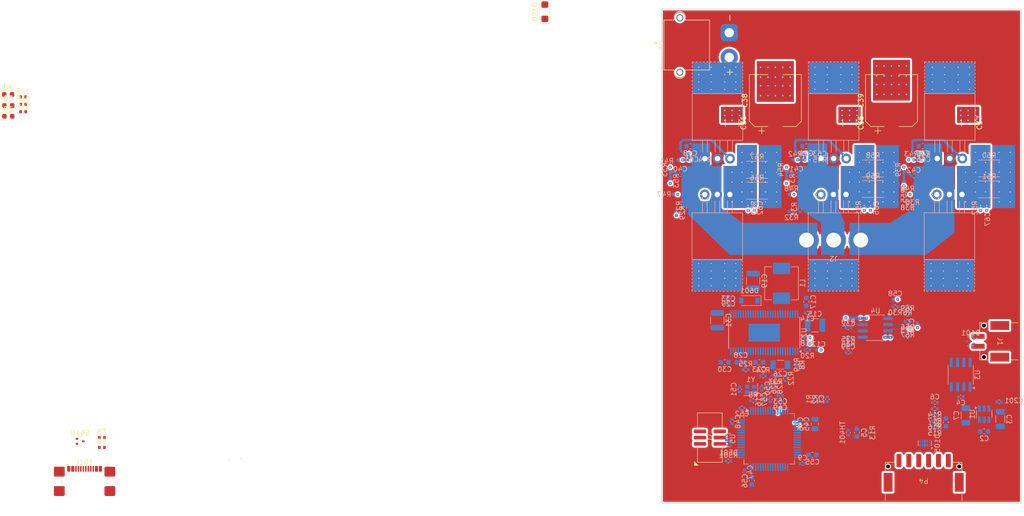
<source format=kicad_pcb>
(kicad_pcb (version 20241229) (generator "pcbnew") (generator_version "9.0")
  (layers (0 "F.Cu" mixed) (4 "In1.Cu" power) (6 "In2.Cu" mixed) (8 "In3.Cu" mixed) (10 "In4.Cu" power) (2 "B.Cu" signal) (13 "F.Paste" user) (15 "B.Paste" user) (5 "F.SilkS" user "F.Silkscreen") (7 "B.SilkS" user "B.Silkscreen") (1 "F.Mask" user) (3 "B.Mask" user) (25 "Edge.Cuts" user))
  (net 0 "")
  (net 1 "/MCU/AN_IN")
  (net 2 "Net-(U1-CP+)")
  (net 3 "Net-(U1-CP-)")
  (net 4 "VCC")
  (net 5 "Net-(U1-VOUT)")
  (net 6 "/MCU/ADC_TEMP")
  (net 7 "/Filters/TEMP_IN")
  (net 8 "Net-(C12-Pad2)")
  (net 9 "Net-(U2-COMP)")
  (net 10 "Net-(U2-SS_TR)")
  (net 11 "V_SUPPLY")
  (net 12 "/MCU/BR_SO1")
  (net 13 "Net-(U2-BST_BK)")
  (net 14 "Net-(D601-K)")
  (net 15 "Net-(U2-BST_A)")
  (net 16 "/Mosfet driver/H1_VS")
  (net 17 "Net-(U2-CP2)")
  (net 18 "Net-(U2-CP1)")
  (net 19 "/Mosfet driver/H2_VS")
  (net 20 "Net-(U2-BST_B)")
  (net 21 "Net-(U2-GVDD)")
  (net 22 "Net-(U2-BST_C)")
  (net 23 "/Mosfet driver/H3_VS")
  (net 24 "Net-(U2-DVDD)")
  (net 25 "GND")
  (net 26 "SNA")
  (net 27 "Net-(U2-AVDD)")
  (net 28 "SNB")
  (net 29 "SNC")
  (net 30 "Net-(C40-Pad2)")
  (net 31 "Net-(C41-Pad2)")
  (net 32 "Net-(C42-Pad2)")
  (net 33 "Net-(U5-PH0-OSC_IN)")
  (net 34 "Net-(U5-PH1-OSC_OUT)")
  (net 35 "NRST")
  (net 36 "Net-(U5-VCAP1)")
  (net 37 "Net-(U5-VCAP2)")
  (net 38 "/MCU/BR_SO2")
  (net 39 "/MCU/BR_SO3")
  (net 40 "Net-(Q1-G)")
  (net 41 "Net-(Q4-G)")
  (net 42 "Net-(Q2-G)")
  (net 43 "Net-(Q5-G)")
  (net 44 "Net-(Q3-G)")
  (net 45 "Net-(Q6-G)")
  (net 46 "Net-(D3-A)")
  (net 47 "Net-(D4-A)")
  (net 48 "Net-(D5-A)")
  (net 49 "/CAN bus transceiver/CANL")
  (net 50 "/CAN bus transceiver/CANH")
  (net 51 "Net-(D102-Pad2)")
  (net 52 "Net-(D102-Pad1)")
  (net 53 "/Filters/HALL2_IN")
  (net 54 "/HALL3")
  (net 55 "/Filters/HALL1_IN")
  (net 56 "SWDIO")
  (net 57 "SWCLK")
  (net 58 "PB3")
  (net 67 "/MCU/USB_DM")
  (net 68 "/MCU/USB_DP")
  (net 69 "Net-(R6-Pad2)")
  (net 70 "Net-(R30-Pad2)")
  (net 71 "Net-(U2-VSENSE)")
  (net 72 "/MCU/LED_RED")
  (net 73 "/MCU/LED_GREEN")
  (net 74 "Net-(U2-RT_CLK)")
  (net 75 "/MCU/FAULT")
  (net 76 "Net-(U2-DTC)")
  (net 77 "/MCU/SDO")
  (net 78 "/MCU/EN_GATE")
  (net 79 "Net-(U2-S01)")
  (net 80 "/MCU/SENS1")
  (net 81 "Net-(U2-S02)")
  (net 82 "/MCU/SENS2")
  (net 83 "/MCU/SENS3")
  (net 84 "/Mosfet driver/GH_A")
  (net 85 "/Mosfet driver/GH_B")
  (net 86 "/Mosfet driver/GH_C")
  (net 87 "/Mosfet driver/GL_A")
  (net 88 "/Mosfet driver/GL_B")
  (net 89 "/Mosfet driver/GL_C")
  (net 90 "Net-(R70-Pad2)")
  (net 91 "/MCU/H3")
  (net 93 "/MCU/L2")
  (net 94 "/MCU/L3")
  (net 96 "/MCU/SLCK")
  (net 97 "/MCU/H2")
  (net 98 "/MCU/L1")
  (net 99 "/MCU/H1")
  (net 101 "/MCU/SDI")
  (net 103 "/MCU/CS")
  (net 104 "/CAN bus transceiver/CAN_RX")
  (net 105 "/CAN bus transceiver/CAN_TX")
  (net 106 "PC5")
  (net 107 "/MCU/TX_SCL_MOSI")
  (net 108 "PC13")
  (net 109 "PB4")
  (net 110 "/MCU/RX_SDA_NSS")
  (net 111 "PB2")
  (net 112 "PC14")
  (net 113 "/MCU/SCK_ADC_EXT")
  (net 114 "/MCU/SERVO")
  (net 115 "/MCU/MISO_ADC_EXT2")
  (net 116 "PD2")
  (net 117 "PC15")
  (net 118 "PB12")
  (net 119 "PA15")
  (net 120 "Net-(U4B-+)")
  (net 121 "Net-(U4A--)")
  (net 122 "Net-(U4A-+)")
  (net 123 "Net-(U4B--)")
  (net 124 "Net-(C50-Pad1)")
  (footprint "Bluesat:M2.5" (layer "F.Cu") (at 21.055 141.995)
    (property "Reference" "H13")
    (property "Value" "MountingHole")
  )
  (footprint "Bluesat:M2.5" (layer "F.Cu") (at 13.5 138.295)
    (property "Reference" "H1")
    (property "Value" "MountingHole")
  )
  (footprint "Bluesat:M2.5" (layer "F.Cu") (at 17.355 141.995)
    (property "Reference" "H6")
    (property "Value" "MountingHole")
  )
  (footprint "Resistor_SMD:R_0402_1005Metric" (layer "F.Cu") (at -21.925 67.75)
    (property "Reference" "R11")
    (property "Value" "470R")
  )
  (footprint "Bluesat:SM06B-PASS" (layer "F.Cu") (at 160.25 150 180)
    (property "Reference" "P4")
    (property "Value" "HALL/Encoder")
  )
  (footprint "Connector_AMASS:AMASS_XT30PW-M_1x02_P2.50mm_Horizontal" (layer "F.Cu") (at 120.925 54.75 90)
    (property "Reference" "J3")
    (property "Value" "Conn_01x02")
  )
  (footprint "LED_SMD:LED_0603_1608Metric" (layer "F.Cu") (at -24.925 69.5)
    (property "Reference" "D3")
    (property "Value" "RED")
  )
  (footprint "Capacitor_SMD:C_1210_3225Metric" (layer "F.Cu") (at 169.25 73 -90)
    (property "Reference" "C37")
    (property "Value" "4u7")
  )
  (footprint "LED_SMD:LED_0603_1608Metric" (layer "F.Cu") (at -24.9625 67.25)
    (property "Reference" "D4")
    (property "Value" "GRN")
  )
  (footprint "Resistor_SMD:R_0402_1005Metric" (layer "F.Cu") (at -21.925 69.25)
    (property "Reference" "R10")
    (property "Value" "470R")
  )
  (footprint "Resistor_SMD:R_0402_1005Metric" (layer "F.Cu") (at -21.925 70.75)
    (property "Reference" "R12")
    (property "Value" "2k2")
  )
  (footprint "Capacitor_SMD:CP_Elec_10x10" (layer "F.Cu") (at 130.25 68.5 90)
    (property "Reference" "C38")
    (property "Value" "270u")
  )
  (footprint "Resistor_SMD:R_0402_1005Metric" (layer "F.Cu") (at -6 136.75)
    (property "Reference" "R3")
    (property "Value" "22R")
  )
  (footprint "Bluesat:M2.5" (layer "F.Cu") (at 21.055 138.295)
    (property "Reference" "H8")
    (property "Value" "MountingHole")
  )
  (footprint "Capacitor_SMD:CP_Elec_10x10" (layer "F.Cu") (at 153.75 68.5 90)
    (property "Reference" "C39")
    (property "Value" "270u")
  )
  (footprint "Capacitor_SMD:C_1210_3225Metric" (layer "F.Cu") (at 121.5 73 -90)
    (property "Reference" "C36")
    (property "Value" "4u7")
  )
  (footprint "Bluesat:IDC6" (layer "F.Cu") (at 117 136.75 90)
    (property "Reference" "J7")
    (property "Value" "Conn_02x03_Odd_Even")
  )
  (footprint "LED_SMD:LED_0603_1608Metric" (layer "F.Cu") (at -24.925 71.68)
    (property "Reference" "D5")
    (property "Value" "BLU")
  )
  (footprint "Diode_SMD:D_SMF" (layer "F.Cu") (at 83.617 50.506 90)
    (property "Reference" "D210")
    (property "Value" "30V")
  )
  (footprint "Bluesat:MR60-F-TopMount" (layer "F.Cu") (at 142.0425 96.75 180)
    (property "Reference" "J2")
    (property "Value" "Conn_01x03")
  )
  (footprint "Capacitor_SMD:C_1210_3225Metric" (layer "F.Cu") (at 145.25 73 -90)
    (property "Reference" "C35")
    (property "Value" "4u7")
  )
  (footprint "Bluesat:M2.5" (layer "F.Cu") (at 13.655 141.995)
    (property "Reference" "H2")
    (property "Value" "MountingHole")
  )
  (footprint "Connector_USB:USB_C_Receptacle_GCT_USB4110" (layer "F.Cu") (at -9.5 146.75)
    (property "Reference" "J101")
    (property "Value" "USB_C_Receptacle_USB2.0_16P")
  )
  (footprint "Resistor_SMD:R_0402_1005Metric" (layer "F.Cu") (at -6 138.74)
    (property "Reference" "R4")
    (property "Value" "22R")
  )
  (footprint "Bluesat:M2.5" (layer "F.Cu") (at 17.355 138.295)
    (property "Reference" "H5")
    (property "Value" "MountingHole")
  )
  (footprint "Package_TO_SOT_SMD:SOT-523" (layer "F.Cu") (at -10.395 137.5)
    (property "Reference" "D102")
    (property "Value" "5V")
  )
  (footprint "Bluesat:SM02B-PASS" (layer "F.Cu") (at 179.85 117.25 -90)
    (property "Reference" "J1")
    (property "Value" "Conn_01x02")
  )
  (footprint "Capacitor_SMD:C_0402_1005Metric" (layer "B.Cu") (at 160.25 79.25)
    (property "Reference" "C66")
    (property "Value" "1n")
  )
  (footprint "Resistor_SMD:R_0402_1005Metric" (layer "B.Cu") (at 158 90.25 180)
    (property "Reference" "R36")
    (property "Value" "47k")
  )
  (footprint "Resistor_SMD:R_0402_1005Metric" (layer "B.Cu") (at 133.5 87.5 180)
    (property "Reference" "R48")
    (property "Value" "10R")
  )
  (footprint "Bluesat:TO-220-3-heatsink-pad-tabdown" (layer "B.Cu") (at 170.5675 101.65 180)
    (property "Reference" "Q6" (hide yes))
    (property "Value" "NCEP60T20" (hide yes))
  )
  (footprint "Capacitor_SMD:C_0402_1005Metric" (layer "B.Cu") (at 113.2925 79.25)
    (property "Reference" "C61")
    (property "Value" "1n")
  )
  (footprint "Resistor_SMD:R_2512_6332Metric" (layer "B.Cu") (at 173.5 82.25 180)
    (property "Reference" "R60")
    (property "Value" "1m")
  )
  (footprint "Package_SO:HTSSOP-56-1EP_6.1x14mm_P0.5mm_EP3.61x6.35mm" (layer "B.Cu") (at 128 115.5 90)
    (property "Reference" "U2")
    (property "Value" "DRV8301")
  )
  (footprint "Resistor_SMD:R_0402_1005Metric" (layer "B.Cu") (at 130.25 124.25)
    (property "Reference" "R23")
    (property "Value" "10k")
  )
  (footprint "Resistor_SMD:R_0402_1005Metric" (layer "B.Cu") (at 157 87.5 180)
    (property "Reference" "R49")
    (property "Value" "10R")
  )
  (footprint "Resistor_SMD:R_0402_1005Metric" (layer "B.Cu") (at 162.5 133.4)
    (property "Reference" "R16")
    (property "Value" "2k2")
  )
  (footprint "Bluesat:TO-220-3-heatsink-pad-tabdown" (layer "B.Cu") (at 136.9325 66.1)
    (property "Reference" "Q2" (hide yes))
    (property "Value" "NCEP60T20" (hide yes))
  )
  (footprint "Resistor_SMD:R_0402_1005Metric" (layer "B.Cu") (at 157 110.25)
    (property "Reference" "R6")
    (property "Value" "10k")
  )
  (footprint "Package_SO:SOIC-8_3.9x4.9mm_P1.27mm" (layer "B.Cu") (at 167.75 124 90)
    (property "Reference" "U3")
    (property "Value" "TCAN1462V")
  )
  (footprint "Resistor_SMD:R_0402_1005Metric" (layer "B.Cu") (at 134.25 80.5 180)
    (property "Reference" "R42")
    (property "Value" "10R")
  )
  (footprint "Resistor_SMD:R_0402_1005Metric" (layer "B.Cu") (at 162.5 134.65)
    (property "Reference" "R15")
    (property "Value" "2k2")
  )
  (footprint "Capacitor_SMD:C_0402_1005Metric" (layer "B.Cu") (at 139 119 180)
    (property "Reference" "C12")
    (property "Value" "10n")
  )
  (footprint "Capacitor_SMD:C_0402_1005Metric" (layer "B.Cu") (at 145 119.5 180)
    (property "Reference" "C59")
    (property "Value" "100n")
  )
  (footprint "Crystal:Crystal_SMD_2016-4Pin_2.0x1.6mm" (layer "B.Cu") (at 125.25 127 180)
    (property "Reference" "Y1")
    (property "Value" "Crystal_GND24_Small")
  )
  (footprint "Capacitor_SMD:C_0402_1005Metric" (layer "B.Cu") (at 131.25 128.25)
    (property "Reference" "C53")
    (property "Value" "220n")
  )
  (footprint "Capacitor_SMD:C_0603_1608Metric" (layer "B.Cu") (at 146.75 135.75 90)
    (property "Reference" "C5")
    (property "Value" "2u2")
  )
  (footprint "Resistor_SMD:R_0402_1005Metric" (layer "B.Cu") (at 111.940868 90.25 -90)
    (property "Reference" "R27")
    (property "Value" "47k")
  )
  (footprint "Inductor_SMD:L_Changjiang_FXL0630" (layer "B.Cu") (at 131.5 105.5 90)
    (property "Reference" "L1")
    (property "Value" "47u")
  )
  (footprint "Resistor_SMD:R_0402_1005Metric" (layer "B.Cu") (at 109 82.51 -90)
    (property "Reference" "R33")
    (property "Value" "10R")
  )
  (footprint "Package_DFN_QFN:Diodes_UDFN-10_1.0x2.5mm_P0.5mm" (layer "B.Cu") (at 160.5 137.9 90)
    (property "Reference" "D105")
    (property "Value" "3V3")
  )
  (footprint "Resistor_SMD:R_0402_1005Metric" (layer "B.Cu") (at 135.25 90.5 -90)
    (property "Reference" "R31")
    (property "Value" "47k")
  )
  (footprint "Resistor_SMD:R_2512_6332Metric" (layer "B.Cu") (at 173.5 86.5 180)
    (property "Reference" "R61")
    (property "Value" "1m")
  )
  (footprint "Capacitor_SMD:C_1210_3225Metric" (layer "B.Cu") (at 125.75 105 90)
    (property "Reference" "C19")
    (property "Value" "22u")
  )
  (footprint "Resistor_SMD:R_0402_1005Metric" (layer "B.Cu") (at 145 116.5)
    (property "Reference" "R34")
    (property "Value" "10k")
  )
  (footprint "Capacitor_SMD:C_0402_1005Metric" (layer "B.Cu") (at 175.5 129.5)
    (property "Reference" "C201")
    (property "Value" "220n")
  )
  (footprint "Capacitor_SMD:C_0402_1005Metric" (layer "B.Cu") (at 127.5 126.75 90)
    (property "Reference" "C50")
    (property "Value" "10p")
  )
  (footprint "Capacitor_SMD:C_0603_1608Metric" (layer "B.Cu") (at 160 77.75)
    (property "Reference" "C27")
    (property "Value" "330n")
  )
  (footprint "Resistor_SMD:R_0402_1005Metric" (layer "B.Cu") (at 156.25 85.25 90)
    (property "Reference" "R55")
    (property "Value" "10R")
  )
  (footprint "Capacitor_SMD:C_0402_1005Metric" (layer "B.Cu") (at 120.75 109.75 180)
    (property "Reference" "C33")
    (property "Value" "1n")
  )
  (footprint "Resistor_SMD:R_0402_1005Metric" (layer "B.Cu") (at 157 114.75)
    (property "Reference" "R67")
    (property "Value" "1k")
  )
  (footprint "Resistor_SMD:R_2512_6332Metric" (layer "B.Cu") (at 150 86.41 180)
    (property "Reference" "R59")
    (property "Value" "1m")
  )
  (footprint "Package_DFN_QFN:Diodes_UDFN-10_1.0x2.5mm_P0.5mm" (layer "B.Cu") (at 120.75 137.25)
    (property "Reference" "D501")
    (property "Value" "3V3")
  )
  (footprint "Capacitor_SMD:C_0603_1608Metric" (layer "B.Cu") (at 113.0425 77.75)
    (property "Reference" "C18")
    (property "Value" "330n")
  )
  (footprint "Resistor_SMD:R_0402_1005Metric" (layer "B.Cu") (at 113.2925 80.5)
    (property "Reference" "R44")
    (property "Value" "4k7")
  )
  (footprint "Package_TO_SOT_SMD:SOT-523" (layer "B.Cu") (at 169.75 117.25 180)
    (property "Reference" "D101")
    (property "Value" "5V")
  )
  (footprint "Package_TO_SOT_SMD:SOT-23-6" (layer "B.Cu") (at 172.5 132 -90)
    (property "Reference" "U1")
    (property "Value" "HX4002")
  )
  (footprint "Package_QFP:LQFP-64_10x10mm_P0.5mm" (layer "B.Cu") (at 129 137 -90)
    (property "Reference" "U5")
    (property "Value" "STM32F405RGT6")
  )
  (footprint "Resistor_SMD:R_0402_1005Metric" (layer "B.Cu") (at 125.75 129.25 180)
    (property "Reference" "R5")
    (property "Value" "470R")
  )
  (footprint "Capacitor_SMD:C_0402_1005Metric" (layer "B.Cu") (at 129.25 129 -90)
    (property "Reference" "C57")
    (property "Value" "1n")
  )
  (footprint "Resistor_SMD:R_0402_1005Metric" (layer "B.Cu") (at 120.75 141.5 180)
    (property "Reference" "R501")
    (property "Value" "10k")
  )
  (footprint "Package_SO:SOP-8_3.76x4.96mm_P1.27mm" (layer "B.Cu") (at 150.5 114.5 180)
    (property "Reference" "U4")
    (property "Value" "TP2604-SR")
  )
  (footprint "Resistor_SMD:R_0402_1005Metric" (layer "B.Cu") (at 136.75 119)
    (property "Reference" "R20")
    (property "Value" "15k")
  )
  (footprint "Capacitor_SMD:C_0402_1005Metric" (layer "B.Cu") (at 136.5 134 -90)
    (property "Reference" "C46")
    (property "Value" "220n")
  )
  (footprint "Capacitor_SMD:C_0402_1005Metric" (layer "B.Cu") (at 159 114 -90)
    (property "Reference" "C34")
    (property "Value" "1n")
  )
  (footprint "Capacitor_SMD:C_0603_1608Metric" (layer "B.Cu") (at 172.5 135.5)
    (property "Reference" "C2")
    (property "Value" "2u2")
  )
  (footprint "Resistor_SMD:R_0402_1005Metric" (layer "B.Cu") (at 109 84.76 90)
    (property "Reference" "R53")
    (property "Value" "10R")
  )
  (footprint "Resistor_SMD:R_2512_6332Metric" (layer "B.Cu") (at 150 82.25 180)
    (property "Reference" "R58")
    (property "Value" "1m")
  )
  (footprint "Resistor_SMD:R_0402_1005Metric" (layer "B.Cu") (at 132.5 82.5 -90)
    (property "Reference" "R54")
    (property "Value" "10R")
  )
  (footprint "Diode_SMD:D_SOD-123" (layer "B.Cu") (at 125 109 180)
    (property "Reference" "D601")
    (property "Value" "D_Schottky")
  )
  (footprint "Resistor_SMD:R_0402_1005Metric" (layer "B.Cu") (at 130 126.5 90)
    (property "Reference" "R28")
    (property "Value" "1k")
  )
  (footprint "Resistor_SMD:R_0402_1005Metric" (layer "B.Cu") (at 136.75 116.5)
    (property "Reference" "R18")
    (property "Value" "4k7")
  )
  (footprint "Bluesat:TO-220-3-heatsink-pad-tabdown" (layer "B.Cu") (at 123.61 101.65 180)
    (property "Reference" "Q4" (hide yes))
    (property "Value" "NCEP60T20" (hide yes))
  )
  (footprint "Capacitor_SMD:C_0603_1608Metric" (layer "B.Cu") (at 120 121.5)
    (property "Reference" "C30")
    (property "Value" "2u2")
  )
  (footprint "Capacitor_SMD:C_0603_1608Metric" (layer "B.Cu") (at 137.75 140.25)
    (property "Reference" "C55")
    (property "Value" "2u2")
  )
  (footprint "Resistor_SMD:R_0402_1005Metric" (layer "B.Cu") (at 124.75 90.25 90)
    (property "Reference" "R50")
    (property "Value" "4k7")
  )
  (footprint "Capacitor_SMD:C_0402_1005Metric" (layer "B.Cu") (at 136.75 111.5)
    (property "Reference" "C14")
    (property "Value" "10n")
  )
  (footprint "Resistor_SMD:R_0402_1005Metric" (layer "B.Cu") (at 132.25 124.75 90)
    (property "Reference" "R22")
    (property "Value" "10k")
  )
  (footprint "Resistor_SMD:R_0402_1005Metric" (layer "B.Cu") (at 157 113.25)
    (property "Reference" "R66")
    (property "Value" "1k")
  )
  (footprint "Capacitor_SMD:C_0402_1005Metric" (layer "B.Cu") (at 145 112.5)
    (property "Reference" "C32")
    (property "Value" "220n")
  )
  (footprint "Capacitor_SMD:C_1206_3216Metric" (layer "B.Cu") (at 175.75 133 90)
    (property "Reference" "C3")
    (property "Value" "10u")
  )
  (footprint "Capacitor_SMD:C_0402_1005Metric" (layer "B.Cu") (at 134.5 83.5 180)
    (property "Reference" "C41")
    (property "Value" "3n3")
  )
  (footprint "Resistor_SMD:R_0402_1005Metric" (layer "B.Cu") (at 124.25 123 180)
    (property "Reference" "R25")
    (property "Value" "2k2")
  )
  (footprint "Capacitor_SMD:C_0603_1608Metric" (layer "B.Cu") (at 164.75 133.65 -90)
    (property "Reference" "C8")
    (property "Value" "2u2")
  )
  (footprint "Capacitor_SMD:C_0603_1608Metric" (layer "B.Cu") (at 136.5 77.75)
    (property "Reference" "C24")
    (property "Value" "330n")
  )
  (footprint "Resistor_SMD:R_0402_1005Metric" (layer "B.Cu") (at 127.75 124.25 180)
    (property "Reference" "R24")
    (property "Value" "1k")
  )
  (footprint "Resistor_SMD:R_0402_1005Metric" (layer "B.Cu") (at 157 89)
    (property "Reference" "R38")
    (property "Value" "2k2")
  )
  (footprint "Resistor_SMD:R_0402_1005Metric" (layer "B.Cu") (at 156.25 82.5 -90)
    (property "Reference" "R39")
    (property "Value" "10R")
  )
  (footprint "Capacitor_SMD:C_0402_1005Metric" (layer "B.Cu") (at 121.5 133.5 90)
    (property "Reference" "C48")
    (property "Value" "220n")
  )
  (footprint "Resistor_SMD:R_0402_1005Metric" (layer "B.Cu") (at 157 111.75 180)
    (property "Reference" "R69")
    (property "Value" "10k")
  )
  (footprint "Resistor_SMD:R_0402_1005Metric" (layer "B.Cu") (at 133.5 91)
    (property "Reference" "R32")
    (property "Value" "2k2")
  )
  (footprint "Capacitor_SMD:C_0402_1005Metric" (layer "B.Cu") (at 167.75 128.525)
    (property "Reference" "C4")
    (property "Value" "220n")
  )
  (footprint "Capacitor_SMD:C_0402_1005Metric" (layer "B.Cu") (at 128 129 -90)
    (property "Reference" "C16")
    (property "Value" "1n")
  )
  (footprint "Resistor_SMD:R_0402_1005Metric" (layer "B.Cu") (at 145 118 180)
    (property "Reference" "R35")
    (property "Value" "10k")
  )
  (footprint "Capacitor_SMD:C_1210_3225Metric" (layer "B.Cu") (at 138.25 114 180)
    (property "Reference" "C15")
    (property "Value" "4u7")
  )
  (footprint "Resistor_SMD:R_0402_1005Metric" (layer "B.Cu") (at 138.25 129 -90)
    (property "Reference" "R1")
    (property "Value" "220k")
  )
  (footprint "Capacitor_SMD:C_0603_1608Metric" (layer "B.Cu") (at 123.25 121.5 180)
    (property "Reference" "C28")
    (property "Value" "2u2")
  )
  (footprint "Capacitor_SMD:C_0603_1608Metric" (layer "B.Cu") (at 125.5 145.5 -90)
    (property "Reference" "C56")
    (property "Value" "2u2")
  )
  (footprint "Resistor_SMD:R_0402_1005Metric" (layer "B.Cu") (at 132.5 84.75 90)
    (property "Reference" "R37")
    (property "Value" "10R")
  )
  (footprint "Resistor_SMD:R_0402_1005Metric" (layer "B.Cu") (at 162.5 130.9)
    (property "Reference" "R14")
    (property "Value" "10k")
  )
  (footprint "Capacitor_SMD:C_0402_1005Metric" (layer "B.Cu") (at 135.75 142 180)
    (property "Reference" "C9")
    (property "Value" "220n")
  )
  (footprint "Resistor_SMD:R_0402_1005Metric" (layer "B.Cu") (at 154.5 110.25)
    (property "Reference" "R30")
    (property "Value" "1k")
  )
  (footprint "Bluesat:TO-220-3-heatsink-pad-tabdown" (layer "B.Cu") (at 113.4325 66.12)
    (property "Reference" "Q1" (hide yes))
    (property "Value" "NCEP60T20" (hide yes))
  )
  (footprint "Resistor_SMD:R_0402_1005Metric" (layer "B.Cu") (at 139.5 129 -90)
    (property "Reference" "R2")
    (property "Value" "10k")
  )
  (footprint "Resistor_SMD:R_0402_1005Metric" (layer "B.Cu") (at 136.75 80.5 180)
    (property "Reference" "R45")
    (property "Value" "4k7")
  )
  (footprint "Resistor_SMD:R_0402_1005Metric" (layer "B.Cu") (at 157 116.25 180)
    (property "Reference" "R73")
    (property "Value" "10k")
  )
  (footprint "Capacitor_SMD:C_1210_3225Metric" (layer "B.Cu") (at 118.5 113 90)
    (property "Reference" "C31")
    (property "Value" "4u7")
  )
  (footprint "Capacitor_SMD:C_0402_1005Metric" (layer "B.Cu") (at 140.75 129 -90)
    (property "Reference" "C1")
    (property "Value" "33n")
  )
  (footprint "Resistor_SMD:R_2512_6332Metric" (layer "B.Cu") (at 126.5425 82.5 180)
    (property "Reference" "R57")
    (property "Value" "1m")
  )
  (footprint "Capacitor_SMD:C_0402_1005Metric" (layer "B.Cu") (at 136.75 117.75 180)
    (property "Reference" "C13")
    (property "Value" "100p")
  )
  (footprint "Resistor_SMD:R_0402_1005Metric" (layer "B.Cu") (at 128.75 126.5 90)
    (property "Reference" "R26")
    (property "Value" "1k")
  )
  (footprint "Capacitor_SMD:C_0402_1005Metric" (layer "B.Cu") (at 123.5 130.75)
    (property "Reference" "C52")
    (property "Value" "100n")
  )
  (footprint "Resistor_SMD:R_0402_1005Metric" (layer "B.Cu") (at 111 80.5 180)
    (property "Reference" "R41")
    (property "Value" "10R")
  )
  (footprint "Capacitor_SMD:C_0603_1608Metric" (layer "B.Cu") (at 136.5 109.25 90)
    (property "Reference" "C17")
    (property "Value" "100n")
  )
  (footprint "Bluesat:TO-220-3-heatsink-pad-tabdown" (layer "B.Cu") (at 160.4325 66.1)
    (property "Reference" "Q3" (hide yes))
    (property "Value" "NCEP60T20" (hide yes))
  )
  (footprint "Resistor_SMD:R_0402_1005Metric" (layer "B.Cu") (at 157.75 80.5 180)
    (property "Reference" "R43")
    (property "Value" "10R")
  )
  (footprint "Capacitor_SMD:C_0402_1005Metric" (layer "B.Cu") (at 124 143.75 90)
    (property "Reference" "C47")
    (property "Value" "220n")
  )
  (footprint "Bluesat:TO-220-3-heatsink-pad-tabdown" (layer "B.Cu") (at 147.11 101.65 180)
    (property "Reference" "Q5" (hide yes))
    (property "Value" "NCEP60T20" (hide yes))
  )
  (footprint "Capacitor_SMD:C_0402_1005Metric" (layer "B.Cu") (at 158.25 83.75 180)
    (property "Reference" "C42")
    (property "Value" "3n3")
  )
  (footprint "Resistor_SMD:R_0402_1005Metric" (layer "B.Cu") (at 171.75 90.25 -90)
    (property "Reference" "R52")
    (property "Value" "4k7")
  )
  (footprint "Capacitor_SMD:C_0402_1005Metric" (layer "B.Cu") (at 126 90.25 90)
    (property "Reference" "C62")
    (property "Value" "1n")
  )
  (footprint "Capacitor_SMD:C_0402_1005Metric" (layer "B.Cu") (at 154.5 108.75 180)
    (property "Reference" "C58")
    (property "Value" "1n")
  )
  (footprint "Resistor_SMD:R_0402_1005Metric" (layer "B.Cu") (at 160.25 80.5 180)
    (property "Reference" "R46")
    (property "Value" "4k7")
  )
  (footprint "Resistor_SMD:R_0402_1005Metric" (layer "B.Cu") (at 145 114.5 180)
    (property "Reference" "R70")
    (property "Value" "10k")
  )
  (footprint "Resistor_SMD:R_0402_1005Metric" (layer "B.Cu") (at 162.5 132.15)
    (property "Reference" "R17")
    (property "Value" "2k2")
  )
  (footprint "Capacitor_SMD:C_0402_1005Metric" (layer "B.Cu") (at 120.75 108.5)
    (property "Reference" "C29")
    (property "Value" "1n")
  )
  (footprint "Capacitor_SMD:C_0603_1608Metric" (layer "B.Cu") (at 127 121.5)
    (property "Reference" "C23")
    (property "Value" "33n")
  )
  (footprint "Resistor_SMD:R_0402_1005Metric" (layer "B.Cu") (at 135.75 122 -90)
    (property "Reference" "R19")
    (property "Value" "220k")
  )
  (footprint "Resistor_SMD:R_0402_1005Metric" (layer "B.Cu") (at 110 87.5 180)
    (property "Reference" "R47")
    (property "Value" "10R")
  )
  (footprint "Resistor_SMD:R_0402_1005Metric" (layer "B.Cu") (at 110.25 91.25 90)
    (property "Reference" "R29")
    (property "Value" "2k2")
  )
  (footprint "Resistor_SMD:R_0402_1005Metric" (layer "B.Cu") (at 148.75 135.75 90)
    (property "Reference" "R13")
    (property "Value" "10k")
  )
  (footprint "Capacitor_SMD:C_0402_1005Metric" (layer "B.Cu") (at 149.5 90.23 90)
    (property "Reference" "C65")
    (property "Value" "1n")
  )
  (footprint "Capacitor_SMD:C_0402_1005Metric" (layer "B.Cu") (at 111 83.51 180)
    (property "Reference" "C40")
    (property "Value" "3n3")
  )
  (footprint "Resistor_SMD:R_2512_6332Metric" (layer "B.Cu") (at 126.5425 86.75 180)
    (property "Reference" "R56")
    (property "Value" "1m")
  )
  (footprint "Capacitor_SMD:C_0805_2012Metric" (layer "B.Cu") (at 138.25 134 -90)
    (property "Reference" "C45")
    (property "Value" "4u7")
  )
  (footprint "Capacitor_SMD:C_1206_3216Metric" (layer "B.Cu") (at 168.75 132.25 -90)
    (property "Reference" "C7")
    (property "Value" "10u")
  )
  (footprint "Capacitor_SMD:C_0402_1005Metric" (layer "B.Cu") (at 162.5 129.65 180)
    (property "Reference" "C6")
    (property "Value" "100n")
  )
  (footprint "Capacitor_SMD:C_0402_1005Metric" (layer "B.Cu") (at 123 127 -90)
    (property "Reference" "C51")
    (property "Value" "10p")
  )
  (footprint "Resistor_SMD:R_0402_1005Metric" (layer "B.Cu") (at 134.5 122 90)
    (property "Reference" "R8")
    (property "Value" "15k")
  )
  (footprint "Resistor_SMD:R_0402_1005Metric" (layer "B.Cu") (at 148.25 90.25 -90)
    (property "Reference" "R51")
    (property "Value" "4k7")
  )
  (footprint "Resistor_SMD:R_0402_1005Metric" (layer "B.Cu") (at 145 135.75 -90)
    (property "Reference" "TH401")
    (property "Value" "10k")
  )
  (footprint "Capacitor_SMD:C_0402_1005Metric" (layer "B.Cu") (at 173 90.25 90)
    (property "Reference" "C67")
    (property "Value" "1n")
  )
  (footprint "Capacitor_SMD:C_0402_1005Metric" (layer "B.Cu") (at 131.25 129.5)
    (property "Reference" "C49")
    (property "Value" "220n")
  )
  (footprint "Capacitor_SMD:C_1206_3216Metric" (layer "B.Cu") (at 131.25 122)
    (property "Reference" "C26")
    (property "Value" "4u7")
  )
  (footprint "Capacitor_SMD:C_0402_1005Metric" (layer "B.Cu") (at 136.75 79.25)
    (property "Reference" "C63")
    (property "Value" "1n")
  )
  (gr_rect (start 107.25 50) (end 180 150) (stroke (width 0.15)) (fill no) (layer "Edge.Cuts"))
  (via (at 148.75 112.5) (size 0.45) (drill 0.2) (layers "F.Cu" "B.Cu") (net 4))
  (via (at 131.25 131) (size 0.45) (drill 0.2) (layers "F.Cu" "B.Cu") (net 4))
  (via (at 135 134.25) (size 0.45) (drill 0.2) (layers "F.Cu" "B.Cu") (net 4))
  (via (at 147.5 112.5) (size 0.45) (drill 0.2) (layers "F.Cu" "B.Cu") (net 4))
  (segment (start 135 134.25) (end 134.75 134.25) (width 0.25) (layer "B.Cu") (net 4))
  (segment (start 145.48 112.5) (end 147.5 112.5) (width 0.5) (layer "B.Cu") (net 4))
  (segment (start 134.675 133.25) (end 135.25 133.25) (width 0.095) (layer "B.Cu") (net 6))
  (via (at 137.25 79.25) (size 0.45) (drill 0.2) (layers "F.Cu" "B.Cu") (net 19))
  (via (at 137.25 80.5) (size 0.45) (drill 0.2) (layers "F.Cu" "B.Cu") (net 19))
  (via (at 137.25 117.75) (size 0.45) (drill 0.2) (layers "F.Cu" "B.Cu") (net 25))
  (via (at 140.75 61.75) (size 0.45) (drill 0.2) (layers "F.Cu" "B.Cu") (net 25))
  (via (at 164.5 63.25) (size 0.45) (drill 0.2) (layers "F.Cu" "B.Cu") (net 25))
  (via (at 154.25 85) (size 0.45) (drill 0.2) (layers "F.Cu" "B.Cu") (net 25))
  (via (at 109 85.25) (size 0.45) (drill 0.2) (layers "F.Cu" "B.Cu") (net 25))
  (via (at 133.25 65.5) (size 0.45) (drill 0.2) (layers "F.Cu" "B.Cu") (net 25))
  (via (at 155 108.75) (size 0.45) (drill 0.2) (layers "F.Cu" "B.Cu") (net 25))
  (via (at 131.75 65.5) (size 0.45) (drill 0.2) (layers "F.Cu" "B.Cu") (net 25))
  (via (at 177.75 87) (size 0.45) (drill 0.2) (layers "F.Cu" "B.Cu") (net 25))
  (via (at 177.75 79) (size 0.45) (drill 0.2) (layers "F.Cu" "B.Cu") (net 25))
  (via (at 156.75 67.25) (size 0.45) (drill 0.2) (layers "F.Cu" "B.Cu") (net 25))
  (via (at 120 103) (size 0.45) (drill 0.2) (layers "F.Cu" "B.Cu") (net 25))
  (via (at 159 114.5) (size 0.45) (drill 0.2) (layers "F.Cu" "B.Cu") (net 25))
  (via (at 132.5 85.25) (size 0.45) (drill 0.2) (layers "F.Cu" "B.Cu") (net 25))
  (via (at 133.25 67.5) (size 0.45) (drill 0.2) (layers "F.Cu" "B.Cu") (net 25))
  (via (at 143.5 63.25) (size 0.45) (drill 0.2) (layers "F.Cu" "B.Cu") (net 25))
  (via (at 130.25 61.75) (size 0.45) (drill 0.2) (layers "F.Cu" "B.Cu") (net 25))
  (via (at 127.25 67.5) (size 0.45) (drill 0.2) (layers "F.Cu" "B.Cu") (net 25))
  (via (at 114.75 61.75) (size 0.45) (drill 0.2) (layers "F.Cu" "B.Cu") (net 25))
  (via (at 162 66.25) (size 0.45) (drill 0.2) (layers "F.Cu" "B.Cu") (net 25))
  (via (at 162 64.75) (size 0.45) (drill 0.2) (layers "F.Cu" "B.Cu") (net 25))
  (via (at 152.25 63.5) (size 0.45) (drill 0.2) (layers "F.Cu" "B.Cu") (net 25))
  (via (at 122.25 63.25) (size 0.45) (drill 0.2) (layers "F.Cu" "B.Cu") (net 25))
  (via (at 143.75 71.5) (size 0.45) (drill 0.2) (layers "F.Cu" "B.Cu") (net 25))
  (via (at 114.75 104.5) (size 0.45) (drill 0.2) (layers "F.Cu" "B.Cu") (net 25))
  (via (at 130.25 63.75) (size 0.45) (drill 0.2) (layers "F.Cu" "B.Cu") (net 25))
  (via (at 153.75 63.5) (size 0.45) (drill 0.2) (layers "F.Cu" "B.Cu") (net 25))
  (via (at 120 64.75) (size 0.45) (drill 0.2) (layers "F.Cu" "B.Cu") (net 25))
  (via (at 177.75 83) (size 0.45) (drill 0.2) (layers "F.Cu" "B.Cu") (net 25))
  (via (at 143.5 64.75) (size 0.45) (drill 0.2) (layers "F.Cu" "B.Cu") (net 25))
  (via (at 139.5 119) (size 0.45) (drill 0.2) (layers "F.Cu" "B.Cu") (net 25))
  (via (at 177.75 81) (size 0.45) (drill 0.2) (layers "F.Cu" "B.Cu") (net 25))
  (via (at 175.5 85) (size 0.45) (drill 0.2) (layers "F.Cu" "B.Cu") (net 25))
  (via (at 117.25 63.25) (size 0.45) (drill 0.2) (layers "F.Cu" "B.Cu") (net 25))
  (via (at 143.75 72.5) (size 0.45) (drill 0.2) (layers "F.Cu" "B.Cu") (net 25))
  (via (at 152 85) (size 0.45) (drill 0.2) (layers "F.Cu" "B.Cu") (net 25))
  (via (at 138.25 66.25) (size 0.45) (drill 0.2) (layers "F.Cu" "B.Cu") (net 25))
  (via (at 169.25 103) (size 0.45) (drill 0.2) (layers "F.Cu" "B.Cu") (net 25))
  (via (at 155.25 63.5) (size 0.45) (drill 0.2) (layers "F.Cu" "B.Cu") (net 25))
  (via (at 152 83) (size 0.45) (drill 0.2) (layers "F.Cu" "B.Cu") (net 25))
  (via (at 114.75 64.75) (size 0.45) (drill 0.2) (layers "F.Cu" "B.Cu") (net 25))
  (via (at 123 72.5) (size 0.45) (drill 0.2) (layers "F.Cu" "B.Cu") (net 25))
  (via (at 145.25 70.5) (size 0.45) (drill 0.2) (layers "F.Cu" "B.Cu") (net 25))
  (via (at 161.75 106) (size 0.45) (drill 0.2) (layers "F.Cu" "B.Cu") (net 25))
  (via (at 157.5 114.75) (size 0.45) (drill 0.2) (layers "F.Cu" "B.Cu") (net 25))
  (via (at 169.25 104.5) (size 0.45) (drill 0.2) (layers "F.Cu" "B.Cu") (net 25))
  (via (at 120 72.5) (size 0.45) (drill 0.2) (layers "F.Cu" "B.Cu") (net 25))
  (via (at 164.25 104.5) (size 0.45) (drill 0.2) (layers "F.Cu" "B.Cu") (net 25))
  (via (at 128.25 81) (size 0.45) (drill 0.2) (layers "F.Cu" "B.Cu") (net 25))
  (via (at 120 104.5) (size 0.45) (drill 0.2) (layers "F.Cu" "B.Cu") (net 25))
  (via (at 130.5 81) (size 0.45) (drill 0.2) (layers "F.Cu" "B.Cu") (net 25))
  (via (at 164.5 64.75) (size 0.45) (drill 0.2) (layers "F.Cu" "B.Cu") (net 25))
  (via (at 145.75 101.5) (size 0.45) (drill 0.2) (layers "F.Cu" "B.Cu") (net 25))
  (via (at 154.25 81) (size 0.45) (drill 0.2) (layers "F.Cu" "B.Cu") (net 25))
  (via (at 153.5 116.5) (size 0.45) (drill 0.2) (layers "F.Cu" "B.Cu") (net 25))
  (via (at 167.25 63.25) (size 0.45) (drill 0.2) (layers "F.Cu" "B.Cu") (net 25))
  (via (at 122.25 66.25) (size 0.45) (drill 0.2) (layers "F.Cu" "B.Cu") (net 25))
  (via (at 120 61.75) (size 0.45) (drill 0.2) (layers "F.Cu" "B.Cu") (net 25))
  (via (at 130.5 89) (size 0.45) (drill 0.2) (layers "F.Cu" "B.Cu") (net 25))
  (via (at 122.25 64.75) (size 0.45) (drill 0.2) (layers "F.Cu" "B.Cu") (net 25))
  (via (at 138.25 63.25) (size 0.45) (drill 0.2) (layers "F.Cu" "B.Cu") (net 25))
  (via (at 152 81) (size 0.45) (drill 0.2) (layers "F.Cu" "B.Cu") (net 25))
  (via (at 162 61.75) (size 0.45) (drill 0.2) (layers "F.Cu" "B.Cu") (net 25))
  (via (at 164.25 106) (size 0.45) (drill 0.2) (layers "F.Cu" "B.Cu") (net 25))
  (via (at 146.75 72.5) (size 0.45) (drill 0.2) (layers "F.Cu" "B.Cu") (net 25))
  (via (at 145.25 72.5) (size 0.45) (drill 0.2) (layers "F.Cu" "B.Cu") (net 25))
  (via (at 143.5 101.5) (size 0.45) (drill 0.2) (layers "F.Cu" "B.Cu") (net 25))
  (via (at 128.75 63.75) (size 0.45) (drill 0.2) (layers "F.Cu" "B.Cu") (net 25))
  (via (at 122.25 61.75) (size 0.45) (drill 0.2) (layers "F.Cu" "B.Cu") (net 25))
  (via (at 167.25 64.75) (size 0.45) (drill 0.2) (layers "F.Cu" "B.Cu") (net 25))
  (via (at 120 101.5) (size 0.45) (drill 0.2) (layers "F.Cu" "B.Cu") (net 25))
  (via (at 140.75 101.5) (size 0.45) (drill 0.2) (layers "F.Cu" "B.Cu") (net 25))
  (via (at 121.5 71.5) (size 0.45) (drill 0.2) (layers "F.Cu" "B.Cu") (net 25))
  (via (at 114.75 106) (size 0.45) (drill 0.2) (layers "F.Cu" "B.Cu") (net 25))
  (via (at 128.75 61.75) (size 0.45) (drill 0.2) (layers "F.Cu" "B.Cu") (net 25))
  (via (at 114.75 63.25) (size 0.45) (drill 0.2) (layers "F.Cu" "B.Cu") (net 25))
  (via (at 117.25 61.75) (size 0.45) (drill 0.2) (layers "F.Cu" "B.Cu") (net 25))
  (via (at 131.75 63.75) (size 0.45) (drill 0.2) (layers "F.Cu" "B.Cu") (net 25))
  (via (at 143.5 104.5) (size 0.45) (drill 0.2) (layers "F.Cu" "B.Cu") (net 25))
  (via (at 153.75 61.5) (size 0.45) (drill 0.2) (layers "F.Cu" "B.Cu") (net 25))
  (via (at 138.25 64.75) (size 0.45) (drill 0.2) (layers "F.Cu" "B.Cu") (net 25))
  (via (at 133.25 61.75) (size 0.45) (drill 0.2) (layers "F.Cu" "B.Cu") (net 25))
  (via (at 155.25 65.25) (size 0.45) (drill 0.2) (layers "F.Cu" "B.Cu") (net 25))
  (via (at 122.25 101.5) (size 0.45) (drill 0.2) (layers "F.Cu" "B.Cu") (net 25))
  (via (at 114.75 66.25) (size 0.45) (drill 0.2) (layers "F.Cu" "B.Cu") (net 25))
  (via (at 167.75 70.5) (size 0.45) (drill 0.2) (layers "F.Cu" "B.Cu") (net 25))
  (via (at 150.75 61.5) (size 0.45) (drill 0.2) (layers "F.Cu" "B.Cu") (net 25))
  (via (at 175.5 89) (size 0.45) (drill 0.2) (layers "F.Cu" "B.Cu") (net 25))
  (via (at 152 89) (size 0.45) (drill 0.2) (layers "F.Cu" "B.Cu") (net 25))
  (via (at 146.75 70.5) (size 0.45) (drill 0.2) (layers "F.Cu" "B.Cu") (net 25))
  (via (at 169.5 66.25) (size 0.45) (drill 0.2) (layers "F.Cu" "B.Cu") (net 25))
  (via (at 130.75 131.75) (size 0.45) (drill 0.2) (layers "F.Cu" "B.Cu") (net 25))
  (via (at 138.25 103) (size 0.45) (drill 0.2) (layers "F.Cu" "B.Cu") (net 25))
  (via (at 167 103) (size 0.45) (drill 0.2) (layers "F.Cu" "B.Cu") (net 25))
  (via (at 140.75 106) (size 0.45) (drill 0.2) (layers "F.Cu" "B.Cu") (net 25))
  (via (at 140.75 64.75) (size 0.45) (drill 0.2) (layers "F.Cu" "B.Cu") (net 25))
  (via (at 146.75 71.5) (size 0.45) (drill 0.2) (layers "F.Cu" "B.Cu") (net 25))
  (via (at 117.25 101.5) (size 0.45) (drill 0.2) (layers "F.Cu" "B.Cu") (net 25))
  (via (at 169.5 61.75) (size 0.45) (drill 0.2) (layers "F.Cu" "B.Cu") (net 25))
  (via (at 156.75 63.5) (size 0.45) (drill 0.2) (layers "F.Cu" "B.Cu") (net 25))
  (via (at 169.25 72.5) (size 0.45) (drill 0.2) (layers "F.Cu" "B.Cu") (net 25))
  (via (at 169.25 106) (size 0.45) (drill 0.2) (layers "F.Cu" "B.Cu") (net 25))
  (via (at 144.5 112.5) (size 0.45) (drill 0.2) (layers "F.Cu" "B.Cu") (net 25))
  (via (at 152 79) (size 0.45) (drill 0.2) (layers "F.Cu" "B.Cu") (net 25))
  (via (at 170.75 71.5) (size 0.45) (drill 0.2) (layers "F.Cu" "B.Cu") (net 25))
  (via (at 121.5 70.5) (size 0.45) (drill 0.2) (layers "F.Cu" "B.Cu") (net 25))
  (via (at 169.5 63.25) (size 0.45) (drill 0.2) (layers "F.Cu" "B.Cu") (net 25))
  (via (at 167.25 61.75) (size 0.45) (drill 0.2) (layers "F.Cu" "B.Cu") (net 25))
  (via (at 164.25 103) (size 0.45) (drill 0.2) (layers "F.Cu" "B.Cu") (net 25))
  (via (at 145.75 104.5) (size 0.45) (drill 0.2) (layers "F.Cu" "B.Cu") (net 25))
  (via (at 143.5 66.25) (size 0.45) (drill 0.2) (layers "F.Cu" "B.Cu") (net 25))
  (via (at 155.25 67.25) (size 0.45) (drill 0.2) (layers "F.Cu" "B.Cu") (net 25))
  (via (at 123 71.5) (size 0.45) (drill 0.2) (layers "F.Cu" "B.Cu") (net 25))
  (via (at 120 106) (size 0.45) (drill 0.2) (layers "F.Cu" "B.Cu") (net 25))
  (via (at 154.25 79) (size 0.45) (drill 0.2) (layers "F.Cu" "B.Cu") (net 25))
  (via (at 175.5 79) (size 0.45) (drill 0.2) (layers "F.Cu" "B.Cu") (net 25))
  (via (at 133.25 63.75) (size 0.45) (drill 0.2) (layers "F.Cu" "B.Cu") (net 25))
  (via (at 117.25 104.5) (size 0.45) (drill 0.2) (layers "F.Cu" "B.Cu") (net 25))
  (via (at 143.5 61.75) (size 0.45) (drill 0.2) (layers "F.Cu" "B.Cu") (net 25))
  (via (at 132.5 82) (size 0.45) (drill 0.2) (layers "F.Cu" "B.Cu") (net 25))
  (via (at 167.25 66.25) (size 0.45) (drill 0.2) (layers "F.Cu" "B.Cu") (net 25))
  (via (at 161.75 104.5) (size 0.45) (drill 0.2) (layers "F.Cu" "B.Cu") (net 25))
  (via (at 130.5 87) (size 0.45) (drill 0.2) (layers "F.Cu" "B.Cu") (net 25))
  (via (at 167 104.5) (size 0.45) (drill 0.2) (layers "F.Cu" "B.Cu") (net 25))
  (via (at 117.25 64.75) (size 0.45) (drill 0.2) (layers "F.Cu" "B.Cu") (net 25))
  (via (at 117.25 106) (size 0.45) (drill 0.2) (layers "F.Cu" "B.Cu") (net 25))
  (via (at 140.75 103) (size 0.45) (drill 0.2) (layers "F.Cu" "B.Cu") (net 25))
  (via (at 145.75 103) (size 0.45) (drill 0.2) (layers "F.Cu" "B.Cu") (net 25))
  (via (at 128.25 79) (size 0.45) (drill 0.2) (layers "F.Cu" "B.Cu") (net 25))
  (via (at 175.5 81) (size 0.45) (drill 0.2) (layers "F.Cu" "B.Cu") (net 25))
  (via (at 127.25 63.75) (size 0.45) (drill 0.2) (layers "F.Cu" "B.Cu") (net 25))
  (via (at 169.25 70.5) (size 0.45) (drill 0.2) (layers "F.Cu" "B.Cu") (net 25))
  (via (at 128.75 65.5) (size 0.45) (drill 0.2) (layers "F.Cu" "B.Cu") (net 25))
  (via (at 177.75 89) (size 0.45) (drill 0.2) (layers "F.Cu" "B.Cu") (net 25))
  (via (at 123 70.5) (size 0.45) (drill 0.2) (layers "F.Cu" "B.Cu") (net 25))
  (via (at 161.75 101.5) (size 0.45) (drill 0.2) (layers "F.Cu" "B.Cu") (net 25))
  (via (at 164.25 101.5) (size 0.45) (drill 0.2) (layers "F.Cu" "B.Cu") (net 25))
  (via (at 145.75 61.75) (size 0.45) (drill 0.2) (layers "F.Cu" "B.Cu") (net 25))
  (via (at 140.75 104.5) (size 0.45) (drill 0.2) (layers "F.Cu" "B.Cu") (net 25))
  (via (at 169.25 101.5) (size 0.45) (drill 0.2) (layers "F.Cu" "B.Cu") (net 25))
  (via (at 145.75 63.25) (size 0.45) (drill 0.2) (layers "F.Cu" "B.Cu") (net 25))
  (via (at 154.25 83) (size 0.45) (drill 0.2) (layers "F.Cu" "B.Cu") (net 25))
  (via (at 131.75 67.5) (size 0.45) (drill 0.2) (layers "F.Cu" "B.Cu") (net 25))
  (via (at 152.25 67.25) (size 0.45) (drill 0.2) (layers "F.Cu" "B.Cu") (net 25))
  (via (at 145.75 64.75) (size 0.45) (drill 0.2) (layers "F.Cu" "B.Cu") (net 25))
  (via (at 155.25 61.5) (size 0.45) (drill 0.2) (layers "F.Cu" "B.Cu") (net 25))
  (via (at 150.75 67.25) (size 0.45) (drill 0.2) (layers "F.Cu" "B.Cu") (net 25))
  (via (at 130.5 79) (size 0.45) (drill 0.2) (layers "F.Cu" "B.Cu") (net 25))
  (via (at 152.25 61.5) (size 0.45) (drill 0.2) (layers "F.Cu" "B.Cu") (net 25))
  (via (at 114.75 103) (size 0.45) (drill 0.2) (layers "F.Cu" "B.Cu") (net 25))
  (via (at 131.75 61.75) (size 0.45) (drill 0.2) (layers "F.Cu" "B.Cu") (net 25))
  (via (at 152.5 116.5) (size 0.45) (drill 0.2) (layers "F.Cu" "B.Cu") (net 25))
  (via (at 140.75 66.25) (size 0.45) (drill 0.2) (layers "F.Cu" "B.Cu") (net 25))
  (via (at 169.5 64.75) (size 0.45) (drill 0.2) (layers "F.Cu" "B.Cu") (net 25))
  (via (at 143.5 103) (size 0.45) (drill 0.2) (layers "F.Cu" "B.Cu") (net 25))
  (via (at 154.25 87) (size 0.45) (drill 0.2) (layers "F.Cu" "B.Cu") (net 25))
  (via (at 156.75 65.25) (size 0.45) (drill 0.2) (layers "F.Cu" "B.Cu") (net 25))
  (via (at 120 63.25) (size 0.45) (drill 0.2) (layers "F.Cu" "B.Cu") (net 25))
  (via (at 130.5 85) (size 0.45) (drill 0.2) (layers "F.Cu" "B.Cu") (net 25))
  (via (at 120 70.5) (size 0.45) (drill 0.2) (layers "F.Cu" "B.Cu") (net 25))
  (via (at 114.75 101.5) (size 0.45) (drill 0.2) (layers "F.Cu" "B.Cu") (net 25))
  (via (at 122.25 106) (size 0.45) (drill 0.2) (layers "F.Cu" "B.Cu") (net 25))
  (via (at 127.25 61.75) (size 0.45) (drill 0.2) (layers "F.Cu" "B.Cu") (net 25))
  (via (at 122.25 104.5) (size 0.45) (drill 0.2) (layers "F.Cu" "B.Cu") (net 25))
  (via (at 120 71.5) (size 0.45) (drill 0.2) (layers "F.Cu" "B.Cu") (net 25))
  (via (at 170.75 70.5) (size 0.45) (drill 0.2) (layers "F.Cu" "B.Cu") (net 25))
  (via (at 145.75 106) (size 0.45) (drill 0.2) (layers "F.Cu" "B.Cu") (net 25))
  (via (at 138.25 106) (size 0.45) (drill 0.2) (layers "F.Cu" "B.Cu") (net 25))
  (via (at 143.5 106) (size 0.45) (drill 0.2) (layers "F.Cu" "B.Cu") (net 25))
  (via (at 134.25 133.75) (size 0.45) (drill 0.2) (layers "F.Cu" "B.Cu") (net 25))
  (via (at 121.5 72.5) (size 0.45) (drill 0.2) (layers "F.Cu" "B.Cu") (net 25))
  (via (at 167.75 72.5) (size 0.45) (drill 0.2) (layers "F.Cu" "B.Cu") (net 25))
  (via (at 138.25 61.75) (size 0.45) (drill 0.2) (layers "F.Cu" "B.Cu") (net 25))
  (via (at 117.25 103) (size 0.45) (drill 0.2) (layers "F.Cu" "B.Cu") (net 25))
  (via (at 128.25 85) (size 0.45) (drill 0.2) (layers "F.Cu" "B.Cu") (net 25))
  (via (at 109 82) (size 0.45) (drill 0.2) (layers "F.Cu" "B.Cu") (net 25))
  (via (at 150.75 63.5) (size 0.45) (drill 0.2) (layers "F.Cu" "B.Cu") (net 25))
  (via (at 156.25 82) (size 0.45) (drill 0.2) (layers "F.Cu" "B.Cu") (net 25))
  (via (at 122.25 103) (size 0.45) (drill 0.2) (layers "F.Cu" "B.Cu") (net 25))
  (via (at 138.25 101.5) (size 0.45) (drill 0.2) (layers "F.Cu" "B.Cu") (net 25))
  (via (at 130.5 83) (size 0.45) (drill 0.2) (layers "F.Cu" "B.Cu") (net 25))
  (via (at 153.75 67.25) (size 0.45) (drill 0.2) (layers "F.Cu" "B.Cu") (net 25))
  (via (at 167 106) (size 0.45) (drill 0.2) (layers "F.Cu" "B.Cu") (net 25))
  (via (at 128.25 89) (size 0.45) (drill 0.2) (layers "F.Cu" "B.Cu") (net 25))
  (via (at 143.75 70.5) (size 0.45) (drill 0.2) (layers "F.Cu" "B.Cu") (net 25))
  (via (at 128.25 83) (size 0.45) (drill 0.2) (layers "F.Cu" "B.Cu") (net 25))
  (via (at 175.5 87) (size 0.45) (drill 0.2) (layers "F.Cu" "B.Cu") (net 25))
  (via (at 137.25 116.5) (size 0.45) (drill 0.2) (layers "F.Cu" "B.Cu") (net 25))
  (via (at 156.25 85.75) (size 0.45) (drill 0.2) (layers "F.Cu" "B.Cu") (net 25))
  (via (at 117.25 66.25) (size 0.45) (drill 0.2) (layers "F.Cu" "B.Cu") (net 25))
  (via (at 127.25 65.5) (size 0.45) (drill 0.2) (layers "F.Cu" "B.Cu") (net 25))
  (via (at 167 101.5) (size 0.45) (drill 0.2) (layers "F.Cu" "B.Cu") (net 25))
  (via (at 152 87) (size 0.45) (drill 0.2) (layers "F.Cu" "B.Cu") (net 25))
  (via (at 169.25 71.5) (size 0.45) (drill 0.2) (layers "F.Cu" "B.Cu") (net 25))
  (via (at 138.25 104.5) (size 0.45) (drill 0.2) (layers "F.Cu" "B.Cu") (net 25))
  (via (at 164.5 61.75) (size 0.45) (drill 0.2) (layers "F.Cu" "B.Cu") (net 25))
  (via (at 164.5 66.25) (size 0.45) (drill 0.2) (layers "F.Cu" "B.Cu") (net 25))
  (via (at 130.25 65.5) (size 0.45) (drill 0.2) (layers "F.Cu" "B.Cu") (net 25))
  (via (at 167.75 71.5) (size 0.45) (drill 0.2) (layers "F.Cu" "B.Cu") (net 25))
  (via (at 130.25 67.5) (size 0.45) (drill 0.2) (layers "F.Cu" "B.Cu") (net 25))
  (via (at 156.75 61.5) (size 0.45) (drill 0.2) (layers "F.Cu" "B.Cu") (net 25))
  (via (at 152.25 65.25) (size 0.45) (drill 0.2) (layers "F.Cu" "B.Cu") (net 25))
  (via (at 120 66.25) (size 0.45) (drill 0.2) (layers "F.Cu" "B.Cu") (net 25))
  (via (at 140.75 63.25) (size 0.45) (drill 0.2) (layers "F.Cu" "B.Cu") (net 25))
  (via (at 150.75 65.25) (size 0.45) (drill 0.2) (layers "F.Cu" "B.Cu") (net 25))
  (via (at 128.75 67.5) (size 0.45) (drill 0.2) (layers "F.Cu" "B.Cu") (net 25))
  (via (at 153.75 65.25) (size 0.45) (drill 0.2) (layers "F.Cu" "B.Cu") (net 25))
  (via (at 175.5 83) (size 0.45) (drill 0.2) (layers "F.Cu" "B.Cu") (net 25))
  (via (at 128.25 87) (size 0.45) (drill 0.2) (layers "F.Cu" "B.Cu") (net 25))
  (via (at 154.25 89) (size 0.45) (drill 0.2) (layers "F.Cu" "B.Cu") (net 25))
  (via (at 161.75 103) (size 0.45) (drill 0.2) (layers "F.Cu" "B.Cu") (net 25))
  (via (at 170.75 72.5) (size 0.45) (drill 0.2) (layers "F.Cu" "B.Cu") (net 25))
  (via (at 162 63.25) (size 0.45) (drill 0.2) (layers "F.Cu" "B.Cu") (net 25))
  (via (at 177.75 85) (size 0.45) (drill 0.2) (layers "F.Cu" "B.Cu") (net 25))
  (via (at 145.25 71.5) (size 0.45) (drill 0.2) (layers "F.Cu" "B.Cu") (net 25))
  (via (at 145.75 66.25) (size 0.45) (drill 0.2) (layers "F.Cu" "B.Cu") (net 25))
  (via (at 123.5 87) (size 0.45) (drill 0.2) (layers "F.Cu" "B.Cu") (net 26))
  (via (at 126 89.77) (size 0.45) (drill 0.2) (layers "F.Cu" "B.Cu") (net 26))
  (via (at 123.5 79) (size 0.45) (drill 0.2) (layers "F.Cu" "B.Cu") (net 26))
  (via (at 125.5 87) (size 0.45) (drill 0.2) (layers "F.Cu" "B.Cu") (net 26))
  (via (at 125.5 89) (size 0.45) (drill 0.2) (layers "F.Cu" "B.Cu") (net 26))
  (via (at 123.5 83) (size 0.45) (drill 0.2) (layers "F.Cu" "B.Cu") (net 26))
  (via (at 123.5 89) (size 0.45) (drill 0.2) (layers "F.Cu" "B.Cu") (net 26))
  (via (at 123.5 85) (size 0.45) (drill 0.2) (layers "F.Cu" "B.Cu") (net 26))
  (via (at 123.5 81) (size 0.45) (drill 0.2) (layers "F.Cu" "B.Cu") (net 26))
  (via (at 121.5 83) (size 0.45) (drill 0.2) (layers "F.Cu" "B.Cu") (net 26))
  (via (at 121.5 89) (size 0.45) (drill 0.2) (layers "F.Cu" "B.Cu") (net 26))
  (via (at 125.5 79) (size 0.45) (drill 0.2) (layers "F.Cu" "B.Cu") (net 26))
  (via (at 125.5 81) (size 0.45) (drill 0.2) (layers "F.Cu" "B.Cu") (net 26))
  (via (at 121.5 85) (size 0.45) (drill 0.2) (layers "F.Cu" "B.Cu") (net 26))
  (via (at 124.75 89.75) (size 0.45) (drill 0.2) (layers "F.Cu" "B.Cu") (net 26))
  (via (at 125.5 85) (size 0.45) (drill 0.2) (layers "F.Cu" "B.Cu") (net 26))
  (via (at 125.5 83) (size 0.45) (drill 0.2) (layers "F.Cu" "B.Cu") (net 26))
  (via (at 149.25 83) (size 0.45) (drill 0.2) (layers "F.Cu" "B.Cu") (net 28))
  (via (at 149.25 81) (size 0.45) (drill 0.2) (layers "F.Cu" "B.Cu") (net 28))
  (via (at 147.25 87) (size 0.45) (drill 0.2) (layers "F.Cu" "B.Cu") (net 28))
  (via (at 149.5 89.75) (size 0.45) (drill 0.2) (layers "F.Cu" "B.Cu") (net 28))
  (via (at 149.25 87) (size 0.45) (drill 0.2) (layers "F.Cu" "B.Cu") (net 28))
  (via (at 145.25 89) (size 0.45) (drill 0.2) (layers "F.Cu" "B.Cu") (net 28))
  (via (at 147.25 81) (size 0.45) (drill 0.2) (layers "F.Cu" "B.Cu") (net 28))
  (via (at 147.25 89) (size 0.45) (drill 0.2) (layers "F.Cu" "B.Cu") (net 28))
  (via (at 148.25 89.75) (size 0.45) (drill 0.2) (layers "F.Cu" "B.Cu") (net 28))
  (via (at 147.25 79) (size 0.45) (drill 0.2) (layers "F.Cu" "B.Cu") (net 28))
  (via (at 145.25 85) (size 0.45) (drill 0.2) (layers "F.Cu" "B.Cu") (net 28))
  (via (at 145.25 83) (size 0.45) (drill 0.2) (layers "F.Cu" "B.Cu") (net 28))
  (via (at 149.25 89) (size 0.45) (drill 0.2) (layers "F.Cu" "B.Cu") (net 28))
  (via (at 149.25 85) (size 0.45) (drill 0.2) (layers "F.Cu" "B.Cu") (net 28))
  (via (at 149.25 79) (size 0.45) (drill 0.2) (layers "F.Cu" "B.Cu") (net 28))
  (via (at 147.25 85) (size 0.45) (drill 0.2) (layers "F.Cu" "B.Cu") (net 28))
  (via (at 147.25 83) (size 0.45) (drill 0.2) (layers "F.Cu" "B.Cu") (net 28))
  (via (at 170.75 89) (size 0.45) (drill 0.2) (layers "F.Cu" "B.Cu") (net 29))
  (via (at 168.75 89) (size 0.45) (drill 0.2) (layers "F.Cu" "B.Cu") (net 29))
  (via (at 172.75 81) (size 0.45) (drill 0.2) (layers "F.Cu" "B.Cu") (net 29))
  (via (at 172.75 83) (size 0.45) (drill 0.2) (layers "F.Cu" "B.Cu") (net 29))
  (via (at 168.75 83) (size 0.45) (drill 0.2) (layers "F.Cu" "B.Cu") (net 29))
  (via (at 170.75 81) (size 0.45) (drill 0.2) (layers "F.Cu" "B.Cu") (net 29))
  (via (at 168.75 85) (size 0.45) (drill 0.2) (layers "F.Cu" "B.Cu") (net 29))
  (via (at 172.75 87) (size 0.45) (drill 0.2) (layers "F.Cu" "B.Cu") (net 29))
  (via (at 171.75 89.75) (size 0.45) (drill 0.2) (layers "F.Cu" "B.Cu") (net 29))
  (via (at 173 89.75) (size 0.45) (drill 0.2) (layers "F.Cu" "B.Cu") (net 29))
  (via (at 170.75 79) (size 0.45) (drill 0.2) (layers "F.Cu" "B.Cu") (net 29))
  (via (at 172.75 85) (size 0.45) (drill 0.2) (layers "F.Cu" "B.Cu") (net 29))
  (via (at 170.75 85) (size 0.45) (drill 0.2) (layers "F.Cu" "B.Cu") (net 29))
  (via (at 170.75 83) (size 0.45) (drill 0.2) (layers "F.Cu" "B.Cu") (net 29))
  (via (at 170.75 87) (size 0.45) (drill 0.2) (layers "F.Cu" "B.Cu") (net 29))
  (via (at 172.75 79) (size 0.45) (drill 0.2) (layers "F.Cu" "B.Cu") (net 29))
  (segment (start 157.51 113.25) (end 158.75 113.25) (width 0.095) (layer "B.Cu") (net 29))
  (segment (start 158.75 113.25) (end 159 113.5) (width 0.095) (layer "B.Cu") (net 29))
  (segment (start 109 84.25) (end 109 83) (width 0.5) (layer "B.Cu") (net 30))
  (segment (start 109 83) (end 110 83) (width 0.5) (layer "B.Cu") (net 30))
  (segment (start 110 83) (end 110.5 83.5) (width 0.5) (layer "B.Cu") (net 30))
  (segment (start 132.5 83) (end 133.5 83) (width 0.5) (layer "B.Cu") (net 31))
  (segment (start 133.5 83) (end 134 83.5) (width 0.5) (layer "B.Cu") (net 31))
  (segment (start 132.5 84.24) (end 132.5 83) (width 0.5) (layer "B.Cu") (net 31))
  (segment (start 156.25 83) (end 157 83) (width 0.5) (layer "B.Cu") (net 32))
  (segment (start 156.25 84.74) (end 156.25 83) (width 0.5) (layer "B.Cu") (net 32))
  (segment (start 157 83) (end 157.75 83.75) (width 0.5) (layer "B.Cu") (net 32))
  (segment (start 127.7935 130.7065) (end 127.75 130.75) (width 0.095) (layer "B.Cu") (net 34))
  (segment (start 125.75 145) (end 125.5 145.25) (width 0.25) (layer "B.Cu") (net 37))
  (segment (start 154.02 110.23) (end 154 110.25) (width 0.095) (layer "B.Cu") (net 39))
  (segment (start 154.02 108.75) (end 154.02 110.23) (width 0.095) (layer "B.Cu") (net 39))
  (via (at 111.5 80.5) (size 0.45) (drill 0.2) (layers "F.Cu" "B.Cu") (net 40))
  (via (at 120.4175 79.625) (size 0.45) (drill 0.2) (layers "F.Cu" "B.Cu") (net 40))
  (via (at 112.7925 80.5) (size 0.45) (drill 0.2) (layers "F.Cu" "B.Cu") (net 40))
  (via (at 112.7925 79.25) (size 0.45) (drill 0.2) (layers "F.Cu" "B.Cu") (net 40))
  (segment (start 111.5 80.5) (end 112.7925 80.5) (width 0.5) (layer "B.Cu") (net 40))
  (segment (start 111.0425 78.5) (end 111.0425 77) (width 0.5) (layer "B.Cu") (net 40))
  (segment (start 117.2925 76.5) (end 120.4175 79.625) (width 0.5) (layer "B.Cu") (net 40))
  (segment (start 120.4175 79.625) (end 120.5425 79.75) (width 0.5) (layer "B.Cu") (net 40))
  (segment (start 111.5425 76.5) (end 117.2925 76.5) (width 0.5) (layer "B.Cu") (net 40))
  (segment (start 112.7925 79.25) (end 111.7925 79.25) (width 0.5) (layer "B.Cu") (net 40))
  (segment (start 111.7925 79.25) (end 111.0425 78.5) (width 0.5) (layer "B.Cu") (net 40))
  (segment (start 112.7925 79.25) (end 112.7925 80.5) (width 0.5) (layer "B.Cu") (net 40))
  (segment (start 111.0425 77) (end 111.5425 76.5) (width 0.5) (layer "B.Cu") (net 40))
  (segment (start 125.98 90.75) (end 126 90.73) (width 0.5) (layer "F.Cu") (net 41))
  (via (at 110.5 87.5) (size 0.45) (drill 0.2) (layers "F.Cu" "B.Cu") (net 41))
  (via (at 116.5 88.25) (size 0.45) (drill 0.2) (layers "F.Cu" "B.Cu") (net 41))
  (via (at 115.5 88.25) (size 0.45) (drill 0.2) (layers "F.Cu" "B.Cu") (net 41))
  (via (at 124.75 90.75) (size 0.45) (drill 0.2) (layers "F.Cu" "B.Cu") (net 41))
  (via (at 126 90.73) (size 0.45) (drill 0.2) (layers "F.Cu" "B.Cu") (net 41))
  (via (at 115.2 87.55) (size 0.45) (drill 0.2) (layers "F.Cu" "B.Cu") (net 41))
  (via (at 134.75 80.5) (size 0.45) (drill 0.2) (layers "F.Cu" "B.Cu") (net 42))
  (via (at 136.25 79.25) (size 0.45) (drill 0.2) (layers "F.Cu" "B.Cu") (net 42))
  (via (at 144 79.5) (size 0.45) (drill 0.2) (layers "F.Cu" "B.Cu") (net 42))
  (via (at 136.25 80.5) (size 0.45) (drill 0.2) (layers "F.Cu" "B.Cu") (net 42))
  (segment (start 134.25 76.75) (end 134.5 76.5) (width 0.5) (layer "B.Cu") (net 42))
  (segment (start 134.25 78.5) (end 134.25 76.75) (width 0.5) (layer "B.Cu") (net 42))
  (segment (start 136.25 79.25) (end 135 79.25) (width 0.5) (layer "B.Cu") (net 42))
  (segment (start 141 76.5) (end 144 79.5) (width 0.5) (layer "B.Cu") (net 42))
  (segment (start 136.25 80.5) (end 134.75 80.5) (width 0.5) (layer "B.Cu") (net 42))
  (segment (start 135 79.25) (end 134.25 78.5) (width 0.5) (layer "B.Cu") (net 42))
  (segment (start 136.25 79.25) (end 136.25 80.5) (width 0.5) (layer "B.Cu") (net 42))
  (segment (start 134.5 76.5) (end 141 76.5) (width 0.5) (layer "B.Cu") (net 42))
  (via (at 134 87.5) (size 0.45) (drill 0.2) (layers "F.Cu" "B.Cu") (net 43))
  (via (at 149.5 90.75) (size 0.45) (drill 0.2) (layers "F.Cu" "B.Cu") (net 43))
  (via (at 138.5 87.5) (size 0.45) (drill 0.2) (layers "F.Cu" "B.Cu") (net 43))
  (via (at 148.25 90.75) (size 0.45) (drill 0.2) (layers "F.Cu" "B.Cu") (net 43))
  (via (at 140 88.25) (size 0.45) (drill 0.2) (layers "F.Cu" "B.Cu") (net 43))
  (via (at 158.25 80.5) (size 0.45) (drill 0.2) (layers "F.Cu" "B.Cu") (net 44))
  (via (at 159.75 80.5) (size 0.45) (drill 0.2) (layers "F.Cu" "B.Cu") (net 44))
  (via (at 159.75 79.25) (size 0.45) (drill 0.2) (layers "F.Cu" "B.Cu") (net 44))
  (via (at 167.5 79.75) (size 0.45) (drill 0.2) (layers "F.Cu" "B.Cu") (net 44))
  (segment (start 158.5 79.25) (end 158 78.75) (width 0.5) (layer "B.Cu") (net 44))
  (segment (start 158.25 76.5) (end 164.25 76.5) (width 0.5) (layer "B.Cu") (net 44))
  (segment (start 159.77 79.25) (end 159.75 79.25) (width 0.5) (layer "B.Cu") (net 44))
  (segment (start 158 78.75) (end 158 76.75) (width 0.5) (layer "B.Cu") (net 44))
  (segment (start 159.75 80.5) (end 158.25 80.5) (width 0.5) (layer "B.Cu") (net 44))
  (segment (start 164.25 76.5) (end 167.5 79.75) (width 0.5) (layer "B.Cu") (net 44))
  (segment (start 159.75 79.25) (end 159.75 80.5) (width 0.5) (layer "B.Cu") (net 44))
  (segment (start 158 76.75) (end 158.25 76.5) (width 0.5) (layer "B.Cu") (net 44))
  (segment (start 159.75 79.25) (end 158.5 79.25) (width 0.5) (layer "B.Cu") (net 44))
  (via (at 157.5 87.5) (size 0.45) (drill 0.2) (layers "F.Cu" "B.Cu") (net 45))
  (via (at 173 90.75) (size 0.45) (drill 0.2) (layers "F.Cu" "B.Cu") (net 45))
  (via (at 163.25 88.25) (size 0.45) (drill 0.2) (layers "F.Cu" "B.Cu") (net 45))
  (via (at 162 87.5) (size 0.45) (drill 0.2) (layers "F.Cu" "B.Cu") (net 45))
  (via (at 171.75 90.75) (size 0.45) (drill 0.2) (layers "F.Cu" "B.Cu") (net 45))
  (segment (start 157.51 110.26) (end 157.5 110.25) (width 0.095) (layer "B.Cu") (net 69))
  (segment (start 157.51 111.75) (end 157.51 110.26) (width 0.095) (layer "B.Cu") (net 69))
  (segment (start 152.975 112.595) (end 155 110.57) (width 0.095) (layer "B.Cu") (net 70))
  (segment (start 155 110.57) (end 155 110.25) (width 0.095) (layer "B.Cu") (net 70))
  (segment (start 156.49 110.25) (end 155 110.25) (width 0.095) (layer "B.Cu") (net 70))
  (segment (start 111.99 90.74) (end 112 90.75) (width 0.5) (layer "B.Cu") (net 80))
  (via (at 157.25 80.5) (size 0.45) (drill 0.2) (layers "F.Cu" "B.Cu") (net 86))
  (segment (start 157.5 116.5) (end 157.5 116.25) (width 0.095) (layer "B.Cu") (net 90))
  (segment (start 155.885 113.865) (end 156.5 113.25) (width 0.095) (layer "B.Cu") (net 121))
  (segment (start 152.975 113.865) (end 155.885 113.865) (width 0.095) (layer "B.Cu") (net 121))
  (segment (start 156.5 113.25) (end 156.5 111.75) (width 0.095) (layer "B.Cu") (net 121))
  (segment (start 156.49 114.75) (end 156.49 116.24) (width 0.095) (layer "B.Cu") (net 122))
  (segment (start 156.49 114.75) (end 153.5 114.75) (width 0.095) (layer "B.Cu") (net 122))
  (segment (start 156.49 116.24) (end 156.5 116.25) (width 0.095) (layer "B.Cu") (net 122))
  (segment (start 156.49 115.99) (end 156.5 116) (width 0.095) (layer "B.Cu") (net 122))
  (segment (start 153.5 114.75) (end 153 115.25) (width 0.095) (layer "B.Cu") (net 122))
  (segment (start 146.135 113.865) (end 145.5 114.5) (width 0.095) (layer "B.Cu") (net 123))
  (segment (start 145.5 114.5) (end 146.25 115.25) (width 0.095) (layer "B.Cu") (net 123))
  (segment (start 148.025 113.865) (end 146.135 113.865) (width 0.095) (layer "B.Cu") (net 123))
  (segment (start 146.25 115.25) (end 148 115.25) (width 0.095) (layer "B.Cu") (net 123))
  (zone (net 28) (net_name "SNB") (layer "F.Cu") (priority 3) (connect_pads yes (clearance 0.4)) (min_thickness 0.25) (fill yes (thermal_gap 0.5) (thermal_bridge_width 0.5))
    (polygon (pts (xy 150.25 90.25) (xy 143.5 90.25) (xy 143.5 81.75) (xy 146.25 81.75) (xy 146.25 77.5) (xy 150.25 77.5)))
  )
  (zone (net 25) (net_name "GND") (layer "F.Cu") (priority 11) (connect_pads yes (clearance 0.4)) (min_thickness 0.25) (fill yes (thermal_gap 0.5) (thermal_bridge_width 0.5))
    (polygon (pts (xy 119.25 69.75) (xy 119.25 73) (xy 123.75 73) (xy 123.75 69.75)))
  )
  (zone (net 25) (net_name "GND") (layer "F.Cu") (priority 11) (connect_pads yes (clearance 0.4)) (min_thickness 0.25) (fill yes (thermal_gap 0.5) (thermal_bridge_width 0.5))
    (polygon (pts (xy 143 69.75) (xy 143 73) (xy 147.5 73) (xy 147.5 69.75)))
  )
  (zone (net 25) (net_name "GND") (layer "F.Cu") (priority 13) (connect_pads yes (clearance 0.4)) (min_thickness 0.25) (fill yes (thermal_gap 0.5) (thermal_bridge_width 0.5))
    (polygon (pts (xy 126.5 60.5) (xy 134 60.5) (xy 134 68.75) (xy 126.5 68.75)))
  )
  (zone (net 25) (net_name "GND") (layer "F.Cu") (priority 11) (connect_pads yes (clearance 0.4)) (min_thickness 0.25) (fill yes (thermal_gap 0.5) (thermal_bridge_width 0.5))
    (polygon (pts (xy 167 69.75) (xy 167 73) (xy 171.5 73) (xy 171.5 69.75)))
  )
  (zone (net 26) (net_name "SNA") (layer "F.Cu") (priority 3) (connect_pads yes (clearance 0.4)) (min_thickness 0.25) (fill yes (thermal_gap 0.5) (thermal_bridge_width 0.5))
    (polygon (pts (xy 126.5 90.25) (xy 119.75 90.25) (xy 119.75 81.75) (xy 122.5 81.75) (xy 122.5 77.5) (xy 126.5 77.5)))
  )
  (zone (net 25) (net_name "GND") (layer "F.Cu") (priority 13) (connect_pads yes (clearance 0.4)) (min_thickness 0.25) (fill yes (thermal_gap 0.5) (thermal_bridge_width 0.5))
    (polygon (pts (xy 150 60.25) (xy 157.5 60.25) (xy 157.5 68.5) (xy 150 68.5)))
  )
  (zone (net 11) (net_name "V_SUPPLY") (layer "F.Cu") (priority 2) (connect_pads yes (clearance 0.4)) (min_thickness 0.25) (fill yes (thermal_gap 0.5) (thermal_bridge_width 0.5))
    (polygon (pts (xy 180 50) (xy 180 150) (xy 107.25 150) (xy 107.25 50)))
  )
  (zone (net 29) (net_name "SNC") (layer "F.Cu") (priority 3) (connect_pads yes (clearance 0.4)) (min_thickness 0.25) (fill yes (thermal_gap 0.5) (thermal_bridge_width 0.5))
    (polygon (pts (xy 173.75 90.25) (xy 167 90.25) (xy 167 81.75) (xy 169.75 81.75) (xy 169.75 77.5) (xy 173.75 77.5)))
  )
  (zone (net 23) (net_name "/Mosfet driver/H3_VS") (layer "B.Cu") (priority 7) (connect_pads yes (clearance 0.4)) (min_thickness 0.25) (fill yes (thermal_gap 0.5) (thermal_bridge_width 0.5))
    (polygon (pts (xy 160.25 77) (xy 160.25 81.75) (xy 158.206319 81.75) (xy 158.206319 90.25) (xy 153.5 93.25) (xy 145.25 93.25) (xy 145.25 99.75) (xy 160.75 99.75) (xy 166.5 95.25) (xy 166.456319 81.75) (xy 164 81.75) (xy 163.977569 77)))
  )
  (zone (net 29) (net_name "SNC") (layer "B.Cu") (priority 10) (connect_pads yes (clearance 0.4)) (min_thickness 0.25) (fill yes (thermal_gap 0.5) (thermal_bridge_width 0.5))
    (polygon (pts (xy 167 90.25) (xy 173.75 90.25) (xy 173.75 77.5) (xy 169.75 77.5) (xy 169.75 81.75) (xy 167 81.75)))
  )
  (zone (net 25) (net_name "GND") (layer "B.Cu") (priority 14) (connect_pads yes (clearance 0.4)) (min_thickness 0.25) (fill yes (thermal_gap 0.5) (thermal_bridge_width 0.5))
    (polygon (pts (xy 150.75 77.5) (xy 155.25 77.5) (xy 155.25 90.25) (xy 150.75 90.25)))
  )
  (zone (net 23) (net_name "/Mosfet driver/H3_VS") (layer "B.Cu") (priority 4) (connect_pads yes (clearance 0.4)) (min_thickness 0.25) (fill yes (thermal_gap 0.5) (thermal_bridge_width 0.5))
    (polygon (pts (xy 166.5 90.25) (xy 158.25 90.25) (xy 158.25 81.75) (xy 166.5 81.75)))
  )
  (zone (net 25) (net_name "GND") (layer "B.Cu") (priority 14) (connect_pads yes (clearance 0.4)) (min_thickness 0.25) (fill yes (thermal_gap 0.5) (thermal_bridge_width 0.5))
    (polygon (pts (xy 127 77.5) (xy 131.5 77.5) (xy 131.5 90.25) (xy 127 90.25)))
  )
  (zone (net 19) (net_name "/Mosfet driver/H2_VS") (layer "B.Cu") (priority 8) (connect_pads yes (clearance 0.4)) (min_thickness 0.25) (fill yes (thermal_gap 0.5) (thermal_bridge_width 0.5))
    (polygon (pts (xy 143 81.75) (xy 143 90.25) (xy 144.25 93.25) (xy 144.25 99.75) (xy 139.5 99.75) (xy 139.5 93.25) (xy 134.75 90.25) (xy 134.75 81.75) (xy 136.75 81.75) (xy 136.75 77) (xy 140.75 77) (xy 140.75 81.75)))
  )
  (zone (net 28) (net_name "SNB") (layer "B.Cu") (priority 10) (connect_pads yes (clearance 0.4)) (min_thickness 0.25) (fill yes (thermal_gap 0.5) (thermal_bridge_width 0.5))
    (polygon (pts (xy 143.5 90.25) (xy 150.25 90.25) (xy 150.25 77.5) (xy 146.25 77.5) (xy 146.25 81.75) (xy 143.5 81.75)))
  )
  (zone (net 16) (net_name "/Mosfet driver/H1_VS") (layer "B.Cu") (priority 6) (connect_pads yes (clearance 0.4)) (min_thickness 0.25) (fill yes (thermal_gap 0.5) (thermal_bridge_width 0.5))
    (polygon (pts (xy 111.25 81.75) (xy 113.25 81.75) (xy 113.25 77) (xy 117.021251 77) (xy 117.043681 81.75) (xy 119.5 81.75) (xy 119.5 90.25) (xy 123.5 93.25) (xy 138.75 93.25) (xy 138.75 99.75) (xy 121 99.75) (xy 111.25 90.25)))
  )
  (zone (net 26) (net_name "SNA") (layer "B.Cu") (priority 10) (connect_pads yes (clearance 0.4)) (min_thickness 0.25) (fill yes (thermal_gap 0.5) (thermal_bridge_width 0.5))
    (polygon (pts (xy 119.75 90.25) (xy 126.5 90.25) (xy 126.5 77.5) (xy 122.5 77.5) (xy 122.5 81.75) (xy 119.75 81.75)))
  )
  (zone (net 25) (net_name "GND") (layer "B.Cu") (priority 14) (connect_pads yes (clearance 0.4)) (min_thickness 0.25) (fill yes (thermal_gap 0.5) (thermal_bridge_width 0.5))
    (polygon (pts (xy 174.25 77.5) (xy 178.75 77.5) (xy 178.75 90.25) (xy 174.25 90.25)))
  )
)
</source>
